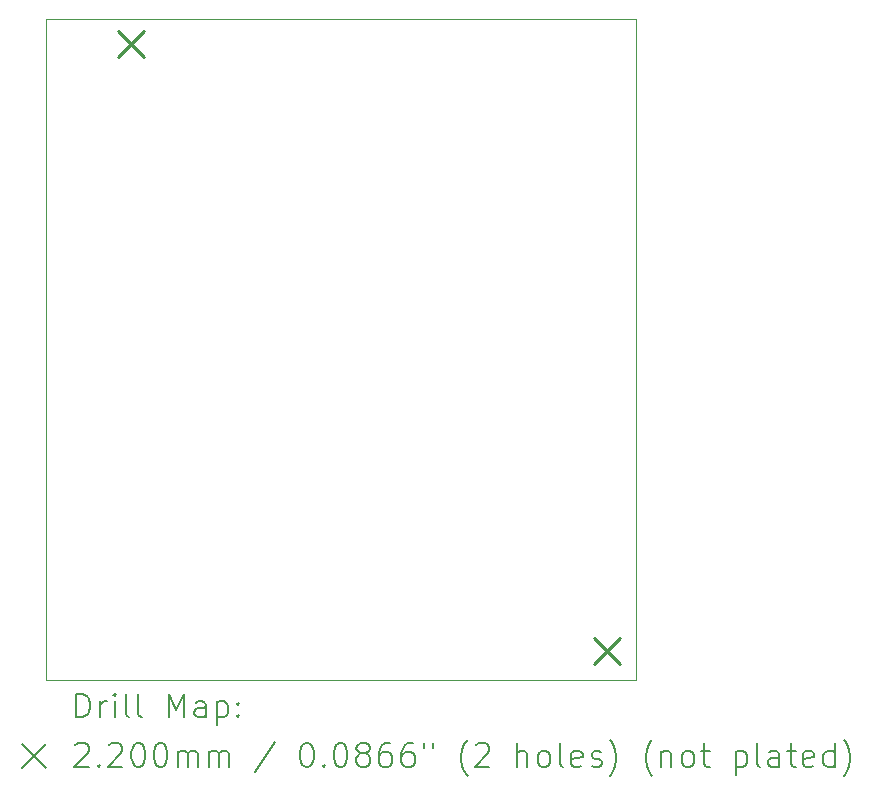
<source format=gbr>
%TF.GenerationSoftware,KiCad,Pcbnew,9.0.2*%
%TF.CreationDate,2025-07-08T19:24:18+03:00*%
%TF.ProjectId,PCB,5043422e-6b69-4636-9164-5f7063625858,rev?*%
%TF.SameCoordinates,Original*%
%TF.FileFunction,Drillmap*%
%TF.FilePolarity,Positive*%
%FSLAX45Y45*%
G04 Gerber Fmt 4.5, Leading zero omitted, Abs format (unit mm)*
G04 Created by KiCad (PCBNEW 9.0.2) date 2025-07-08 19:24:18*
%MOMM*%
%LPD*%
G01*
G04 APERTURE LIST*
%ADD10C,0.038100*%
%ADD11C,0.200000*%
%ADD12C,0.220000*%
G04 APERTURE END LIST*
D10*
X11400000Y-10600000D02*
X11400000Y-5000000D01*
X16400000Y-5000000D02*
X16400000Y-10600000D01*
X16400000Y-10600000D02*
X11400000Y-10600000D01*
X11400000Y-5000000D02*
X16400000Y-5000000D01*
D11*
D12*
X12010000Y-5105000D02*
X12230000Y-5325000D01*
X12230000Y-5105000D02*
X12010000Y-5325000D01*
X16040000Y-10240000D02*
X16260000Y-10460000D01*
X16260000Y-10240000D02*
X16040000Y-10460000D01*
D11*
X11658872Y-10913389D02*
X11658872Y-10713389D01*
X11658872Y-10713389D02*
X11706491Y-10713389D01*
X11706491Y-10713389D02*
X11735062Y-10722913D01*
X11735062Y-10722913D02*
X11754110Y-10741960D01*
X11754110Y-10741960D02*
X11763634Y-10761008D01*
X11763634Y-10761008D02*
X11773157Y-10799103D01*
X11773157Y-10799103D02*
X11773157Y-10827675D01*
X11773157Y-10827675D02*
X11763634Y-10865770D01*
X11763634Y-10865770D02*
X11754110Y-10884817D01*
X11754110Y-10884817D02*
X11735062Y-10903865D01*
X11735062Y-10903865D02*
X11706491Y-10913389D01*
X11706491Y-10913389D02*
X11658872Y-10913389D01*
X11858872Y-10913389D02*
X11858872Y-10780055D01*
X11858872Y-10818151D02*
X11868396Y-10799103D01*
X11868396Y-10799103D02*
X11877919Y-10789579D01*
X11877919Y-10789579D02*
X11896967Y-10780055D01*
X11896967Y-10780055D02*
X11916015Y-10780055D01*
X11982681Y-10913389D02*
X11982681Y-10780055D01*
X11982681Y-10713389D02*
X11973157Y-10722913D01*
X11973157Y-10722913D02*
X11982681Y-10732436D01*
X11982681Y-10732436D02*
X11992205Y-10722913D01*
X11992205Y-10722913D02*
X11982681Y-10713389D01*
X11982681Y-10713389D02*
X11982681Y-10732436D01*
X12106491Y-10913389D02*
X12087443Y-10903865D01*
X12087443Y-10903865D02*
X12077919Y-10884817D01*
X12077919Y-10884817D02*
X12077919Y-10713389D01*
X12211253Y-10913389D02*
X12192205Y-10903865D01*
X12192205Y-10903865D02*
X12182681Y-10884817D01*
X12182681Y-10884817D02*
X12182681Y-10713389D01*
X12439824Y-10913389D02*
X12439824Y-10713389D01*
X12439824Y-10713389D02*
X12506491Y-10856246D01*
X12506491Y-10856246D02*
X12573157Y-10713389D01*
X12573157Y-10713389D02*
X12573157Y-10913389D01*
X12754110Y-10913389D02*
X12754110Y-10808627D01*
X12754110Y-10808627D02*
X12744586Y-10789579D01*
X12744586Y-10789579D02*
X12725538Y-10780055D01*
X12725538Y-10780055D02*
X12687443Y-10780055D01*
X12687443Y-10780055D02*
X12668396Y-10789579D01*
X12754110Y-10903865D02*
X12735062Y-10913389D01*
X12735062Y-10913389D02*
X12687443Y-10913389D01*
X12687443Y-10913389D02*
X12668396Y-10903865D01*
X12668396Y-10903865D02*
X12658872Y-10884817D01*
X12658872Y-10884817D02*
X12658872Y-10865770D01*
X12658872Y-10865770D02*
X12668396Y-10846722D01*
X12668396Y-10846722D02*
X12687443Y-10837198D01*
X12687443Y-10837198D02*
X12735062Y-10837198D01*
X12735062Y-10837198D02*
X12754110Y-10827675D01*
X12849348Y-10780055D02*
X12849348Y-10980055D01*
X12849348Y-10789579D02*
X12868396Y-10780055D01*
X12868396Y-10780055D02*
X12906491Y-10780055D01*
X12906491Y-10780055D02*
X12925538Y-10789579D01*
X12925538Y-10789579D02*
X12935062Y-10799103D01*
X12935062Y-10799103D02*
X12944586Y-10818151D01*
X12944586Y-10818151D02*
X12944586Y-10875294D01*
X12944586Y-10875294D02*
X12935062Y-10894341D01*
X12935062Y-10894341D02*
X12925538Y-10903865D01*
X12925538Y-10903865D02*
X12906491Y-10913389D01*
X12906491Y-10913389D02*
X12868396Y-10913389D01*
X12868396Y-10913389D02*
X12849348Y-10903865D01*
X13030300Y-10894341D02*
X13039824Y-10903865D01*
X13039824Y-10903865D02*
X13030300Y-10913389D01*
X13030300Y-10913389D02*
X13020777Y-10903865D01*
X13020777Y-10903865D02*
X13030300Y-10894341D01*
X13030300Y-10894341D02*
X13030300Y-10913389D01*
X13030300Y-10789579D02*
X13039824Y-10799103D01*
X13039824Y-10799103D02*
X13030300Y-10808627D01*
X13030300Y-10808627D02*
X13020777Y-10799103D01*
X13020777Y-10799103D02*
X13030300Y-10789579D01*
X13030300Y-10789579D02*
X13030300Y-10808627D01*
X11198095Y-11141905D02*
X11398095Y-11341905D01*
X11398095Y-11141905D02*
X11198095Y-11341905D01*
X11649348Y-11152436D02*
X11658872Y-11142913D01*
X11658872Y-11142913D02*
X11677919Y-11133389D01*
X11677919Y-11133389D02*
X11725538Y-11133389D01*
X11725538Y-11133389D02*
X11744586Y-11142913D01*
X11744586Y-11142913D02*
X11754110Y-11152436D01*
X11754110Y-11152436D02*
X11763634Y-11171484D01*
X11763634Y-11171484D02*
X11763634Y-11190532D01*
X11763634Y-11190532D02*
X11754110Y-11219103D01*
X11754110Y-11219103D02*
X11639824Y-11333389D01*
X11639824Y-11333389D02*
X11763634Y-11333389D01*
X11849348Y-11314341D02*
X11858872Y-11323865D01*
X11858872Y-11323865D02*
X11849348Y-11333389D01*
X11849348Y-11333389D02*
X11839824Y-11323865D01*
X11839824Y-11323865D02*
X11849348Y-11314341D01*
X11849348Y-11314341D02*
X11849348Y-11333389D01*
X11935062Y-11152436D02*
X11944586Y-11142913D01*
X11944586Y-11142913D02*
X11963634Y-11133389D01*
X11963634Y-11133389D02*
X12011253Y-11133389D01*
X12011253Y-11133389D02*
X12030300Y-11142913D01*
X12030300Y-11142913D02*
X12039824Y-11152436D01*
X12039824Y-11152436D02*
X12049348Y-11171484D01*
X12049348Y-11171484D02*
X12049348Y-11190532D01*
X12049348Y-11190532D02*
X12039824Y-11219103D01*
X12039824Y-11219103D02*
X11925538Y-11333389D01*
X11925538Y-11333389D02*
X12049348Y-11333389D01*
X12173157Y-11133389D02*
X12192205Y-11133389D01*
X12192205Y-11133389D02*
X12211253Y-11142913D01*
X12211253Y-11142913D02*
X12220777Y-11152436D01*
X12220777Y-11152436D02*
X12230300Y-11171484D01*
X12230300Y-11171484D02*
X12239824Y-11209579D01*
X12239824Y-11209579D02*
X12239824Y-11257198D01*
X12239824Y-11257198D02*
X12230300Y-11295293D01*
X12230300Y-11295293D02*
X12220777Y-11314341D01*
X12220777Y-11314341D02*
X12211253Y-11323865D01*
X12211253Y-11323865D02*
X12192205Y-11333389D01*
X12192205Y-11333389D02*
X12173157Y-11333389D01*
X12173157Y-11333389D02*
X12154110Y-11323865D01*
X12154110Y-11323865D02*
X12144586Y-11314341D01*
X12144586Y-11314341D02*
X12135062Y-11295293D01*
X12135062Y-11295293D02*
X12125538Y-11257198D01*
X12125538Y-11257198D02*
X12125538Y-11209579D01*
X12125538Y-11209579D02*
X12135062Y-11171484D01*
X12135062Y-11171484D02*
X12144586Y-11152436D01*
X12144586Y-11152436D02*
X12154110Y-11142913D01*
X12154110Y-11142913D02*
X12173157Y-11133389D01*
X12363634Y-11133389D02*
X12382681Y-11133389D01*
X12382681Y-11133389D02*
X12401729Y-11142913D01*
X12401729Y-11142913D02*
X12411253Y-11152436D01*
X12411253Y-11152436D02*
X12420777Y-11171484D01*
X12420777Y-11171484D02*
X12430300Y-11209579D01*
X12430300Y-11209579D02*
X12430300Y-11257198D01*
X12430300Y-11257198D02*
X12420777Y-11295293D01*
X12420777Y-11295293D02*
X12411253Y-11314341D01*
X12411253Y-11314341D02*
X12401729Y-11323865D01*
X12401729Y-11323865D02*
X12382681Y-11333389D01*
X12382681Y-11333389D02*
X12363634Y-11333389D01*
X12363634Y-11333389D02*
X12344586Y-11323865D01*
X12344586Y-11323865D02*
X12335062Y-11314341D01*
X12335062Y-11314341D02*
X12325538Y-11295293D01*
X12325538Y-11295293D02*
X12316015Y-11257198D01*
X12316015Y-11257198D02*
X12316015Y-11209579D01*
X12316015Y-11209579D02*
X12325538Y-11171484D01*
X12325538Y-11171484D02*
X12335062Y-11152436D01*
X12335062Y-11152436D02*
X12344586Y-11142913D01*
X12344586Y-11142913D02*
X12363634Y-11133389D01*
X12516015Y-11333389D02*
X12516015Y-11200055D01*
X12516015Y-11219103D02*
X12525538Y-11209579D01*
X12525538Y-11209579D02*
X12544586Y-11200055D01*
X12544586Y-11200055D02*
X12573158Y-11200055D01*
X12573158Y-11200055D02*
X12592205Y-11209579D01*
X12592205Y-11209579D02*
X12601729Y-11228627D01*
X12601729Y-11228627D02*
X12601729Y-11333389D01*
X12601729Y-11228627D02*
X12611253Y-11209579D01*
X12611253Y-11209579D02*
X12630300Y-11200055D01*
X12630300Y-11200055D02*
X12658872Y-11200055D01*
X12658872Y-11200055D02*
X12677919Y-11209579D01*
X12677919Y-11209579D02*
X12687443Y-11228627D01*
X12687443Y-11228627D02*
X12687443Y-11333389D01*
X12782681Y-11333389D02*
X12782681Y-11200055D01*
X12782681Y-11219103D02*
X12792205Y-11209579D01*
X12792205Y-11209579D02*
X12811253Y-11200055D01*
X12811253Y-11200055D02*
X12839824Y-11200055D01*
X12839824Y-11200055D02*
X12858872Y-11209579D01*
X12858872Y-11209579D02*
X12868396Y-11228627D01*
X12868396Y-11228627D02*
X12868396Y-11333389D01*
X12868396Y-11228627D02*
X12877919Y-11209579D01*
X12877919Y-11209579D02*
X12896967Y-11200055D01*
X12896967Y-11200055D02*
X12925538Y-11200055D01*
X12925538Y-11200055D02*
X12944586Y-11209579D01*
X12944586Y-11209579D02*
X12954110Y-11228627D01*
X12954110Y-11228627D02*
X12954110Y-11333389D01*
X13344586Y-11123865D02*
X13173158Y-11381008D01*
X13601729Y-11133389D02*
X13620777Y-11133389D01*
X13620777Y-11133389D02*
X13639824Y-11142913D01*
X13639824Y-11142913D02*
X13649348Y-11152436D01*
X13649348Y-11152436D02*
X13658872Y-11171484D01*
X13658872Y-11171484D02*
X13668396Y-11209579D01*
X13668396Y-11209579D02*
X13668396Y-11257198D01*
X13668396Y-11257198D02*
X13658872Y-11295293D01*
X13658872Y-11295293D02*
X13649348Y-11314341D01*
X13649348Y-11314341D02*
X13639824Y-11323865D01*
X13639824Y-11323865D02*
X13620777Y-11333389D01*
X13620777Y-11333389D02*
X13601729Y-11333389D01*
X13601729Y-11333389D02*
X13582681Y-11323865D01*
X13582681Y-11323865D02*
X13573158Y-11314341D01*
X13573158Y-11314341D02*
X13563634Y-11295293D01*
X13563634Y-11295293D02*
X13554110Y-11257198D01*
X13554110Y-11257198D02*
X13554110Y-11209579D01*
X13554110Y-11209579D02*
X13563634Y-11171484D01*
X13563634Y-11171484D02*
X13573158Y-11152436D01*
X13573158Y-11152436D02*
X13582681Y-11142913D01*
X13582681Y-11142913D02*
X13601729Y-11133389D01*
X13754110Y-11314341D02*
X13763634Y-11323865D01*
X13763634Y-11323865D02*
X13754110Y-11333389D01*
X13754110Y-11333389D02*
X13744586Y-11323865D01*
X13744586Y-11323865D02*
X13754110Y-11314341D01*
X13754110Y-11314341D02*
X13754110Y-11333389D01*
X13887443Y-11133389D02*
X13906491Y-11133389D01*
X13906491Y-11133389D02*
X13925539Y-11142913D01*
X13925539Y-11142913D02*
X13935062Y-11152436D01*
X13935062Y-11152436D02*
X13944586Y-11171484D01*
X13944586Y-11171484D02*
X13954110Y-11209579D01*
X13954110Y-11209579D02*
X13954110Y-11257198D01*
X13954110Y-11257198D02*
X13944586Y-11295293D01*
X13944586Y-11295293D02*
X13935062Y-11314341D01*
X13935062Y-11314341D02*
X13925539Y-11323865D01*
X13925539Y-11323865D02*
X13906491Y-11333389D01*
X13906491Y-11333389D02*
X13887443Y-11333389D01*
X13887443Y-11333389D02*
X13868396Y-11323865D01*
X13868396Y-11323865D02*
X13858872Y-11314341D01*
X13858872Y-11314341D02*
X13849348Y-11295293D01*
X13849348Y-11295293D02*
X13839824Y-11257198D01*
X13839824Y-11257198D02*
X13839824Y-11209579D01*
X13839824Y-11209579D02*
X13849348Y-11171484D01*
X13849348Y-11171484D02*
X13858872Y-11152436D01*
X13858872Y-11152436D02*
X13868396Y-11142913D01*
X13868396Y-11142913D02*
X13887443Y-11133389D01*
X14068396Y-11219103D02*
X14049348Y-11209579D01*
X14049348Y-11209579D02*
X14039824Y-11200055D01*
X14039824Y-11200055D02*
X14030301Y-11181008D01*
X14030301Y-11181008D02*
X14030301Y-11171484D01*
X14030301Y-11171484D02*
X14039824Y-11152436D01*
X14039824Y-11152436D02*
X14049348Y-11142913D01*
X14049348Y-11142913D02*
X14068396Y-11133389D01*
X14068396Y-11133389D02*
X14106491Y-11133389D01*
X14106491Y-11133389D02*
X14125539Y-11142913D01*
X14125539Y-11142913D02*
X14135062Y-11152436D01*
X14135062Y-11152436D02*
X14144586Y-11171484D01*
X14144586Y-11171484D02*
X14144586Y-11181008D01*
X14144586Y-11181008D02*
X14135062Y-11200055D01*
X14135062Y-11200055D02*
X14125539Y-11209579D01*
X14125539Y-11209579D02*
X14106491Y-11219103D01*
X14106491Y-11219103D02*
X14068396Y-11219103D01*
X14068396Y-11219103D02*
X14049348Y-11228627D01*
X14049348Y-11228627D02*
X14039824Y-11238151D01*
X14039824Y-11238151D02*
X14030301Y-11257198D01*
X14030301Y-11257198D02*
X14030301Y-11295293D01*
X14030301Y-11295293D02*
X14039824Y-11314341D01*
X14039824Y-11314341D02*
X14049348Y-11323865D01*
X14049348Y-11323865D02*
X14068396Y-11333389D01*
X14068396Y-11333389D02*
X14106491Y-11333389D01*
X14106491Y-11333389D02*
X14125539Y-11323865D01*
X14125539Y-11323865D02*
X14135062Y-11314341D01*
X14135062Y-11314341D02*
X14144586Y-11295293D01*
X14144586Y-11295293D02*
X14144586Y-11257198D01*
X14144586Y-11257198D02*
X14135062Y-11238151D01*
X14135062Y-11238151D02*
X14125539Y-11228627D01*
X14125539Y-11228627D02*
X14106491Y-11219103D01*
X14316015Y-11133389D02*
X14277920Y-11133389D01*
X14277920Y-11133389D02*
X14258872Y-11142913D01*
X14258872Y-11142913D02*
X14249348Y-11152436D01*
X14249348Y-11152436D02*
X14230301Y-11181008D01*
X14230301Y-11181008D02*
X14220777Y-11219103D01*
X14220777Y-11219103D02*
X14220777Y-11295293D01*
X14220777Y-11295293D02*
X14230301Y-11314341D01*
X14230301Y-11314341D02*
X14239824Y-11323865D01*
X14239824Y-11323865D02*
X14258872Y-11333389D01*
X14258872Y-11333389D02*
X14296967Y-11333389D01*
X14296967Y-11333389D02*
X14316015Y-11323865D01*
X14316015Y-11323865D02*
X14325539Y-11314341D01*
X14325539Y-11314341D02*
X14335062Y-11295293D01*
X14335062Y-11295293D02*
X14335062Y-11247674D01*
X14335062Y-11247674D02*
X14325539Y-11228627D01*
X14325539Y-11228627D02*
X14316015Y-11219103D01*
X14316015Y-11219103D02*
X14296967Y-11209579D01*
X14296967Y-11209579D02*
X14258872Y-11209579D01*
X14258872Y-11209579D02*
X14239824Y-11219103D01*
X14239824Y-11219103D02*
X14230301Y-11228627D01*
X14230301Y-11228627D02*
X14220777Y-11247674D01*
X14506491Y-11133389D02*
X14468396Y-11133389D01*
X14468396Y-11133389D02*
X14449348Y-11142913D01*
X14449348Y-11142913D02*
X14439824Y-11152436D01*
X14439824Y-11152436D02*
X14420777Y-11181008D01*
X14420777Y-11181008D02*
X14411253Y-11219103D01*
X14411253Y-11219103D02*
X14411253Y-11295293D01*
X14411253Y-11295293D02*
X14420777Y-11314341D01*
X14420777Y-11314341D02*
X14430301Y-11323865D01*
X14430301Y-11323865D02*
X14449348Y-11333389D01*
X14449348Y-11333389D02*
X14487443Y-11333389D01*
X14487443Y-11333389D02*
X14506491Y-11323865D01*
X14506491Y-11323865D02*
X14516015Y-11314341D01*
X14516015Y-11314341D02*
X14525539Y-11295293D01*
X14525539Y-11295293D02*
X14525539Y-11247674D01*
X14525539Y-11247674D02*
X14516015Y-11228627D01*
X14516015Y-11228627D02*
X14506491Y-11219103D01*
X14506491Y-11219103D02*
X14487443Y-11209579D01*
X14487443Y-11209579D02*
X14449348Y-11209579D01*
X14449348Y-11209579D02*
X14430301Y-11219103D01*
X14430301Y-11219103D02*
X14420777Y-11228627D01*
X14420777Y-11228627D02*
X14411253Y-11247674D01*
X14601729Y-11133389D02*
X14601729Y-11171484D01*
X14677920Y-11133389D02*
X14677920Y-11171484D01*
X14973158Y-11409579D02*
X14963634Y-11400055D01*
X14963634Y-11400055D02*
X14944586Y-11371484D01*
X14944586Y-11371484D02*
X14935063Y-11352436D01*
X14935063Y-11352436D02*
X14925539Y-11323865D01*
X14925539Y-11323865D02*
X14916015Y-11276246D01*
X14916015Y-11276246D02*
X14916015Y-11238151D01*
X14916015Y-11238151D02*
X14925539Y-11190532D01*
X14925539Y-11190532D02*
X14935063Y-11161960D01*
X14935063Y-11161960D02*
X14944586Y-11142913D01*
X14944586Y-11142913D02*
X14963634Y-11114341D01*
X14963634Y-11114341D02*
X14973158Y-11104817D01*
X15039824Y-11152436D02*
X15049348Y-11142913D01*
X15049348Y-11142913D02*
X15068396Y-11133389D01*
X15068396Y-11133389D02*
X15116015Y-11133389D01*
X15116015Y-11133389D02*
X15135063Y-11142913D01*
X15135063Y-11142913D02*
X15144586Y-11152436D01*
X15144586Y-11152436D02*
X15154110Y-11171484D01*
X15154110Y-11171484D02*
X15154110Y-11190532D01*
X15154110Y-11190532D02*
X15144586Y-11219103D01*
X15144586Y-11219103D02*
X15030301Y-11333389D01*
X15030301Y-11333389D02*
X15154110Y-11333389D01*
X15392205Y-11333389D02*
X15392205Y-11133389D01*
X15477920Y-11333389D02*
X15477920Y-11228627D01*
X15477920Y-11228627D02*
X15468396Y-11209579D01*
X15468396Y-11209579D02*
X15449348Y-11200055D01*
X15449348Y-11200055D02*
X15420777Y-11200055D01*
X15420777Y-11200055D02*
X15401729Y-11209579D01*
X15401729Y-11209579D02*
X15392205Y-11219103D01*
X15601729Y-11333389D02*
X15582682Y-11323865D01*
X15582682Y-11323865D02*
X15573158Y-11314341D01*
X15573158Y-11314341D02*
X15563634Y-11295293D01*
X15563634Y-11295293D02*
X15563634Y-11238151D01*
X15563634Y-11238151D02*
X15573158Y-11219103D01*
X15573158Y-11219103D02*
X15582682Y-11209579D01*
X15582682Y-11209579D02*
X15601729Y-11200055D01*
X15601729Y-11200055D02*
X15630301Y-11200055D01*
X15630301Y-11200055D02*
X15649348Y-11209579D01*
X15649348Y-11209579D02*
X15658872Y-11219103D01*
X15658872Y-11219103D02*
X15668396Y-11238151D01*
X15668396Y-11238151D02*
X15668396Y-11295293D01*
X15668396Y-11295293D02*
X15658872Y-11314341D01*
X15658872Y-11314341D02*
X15649348Y-11323865D01*
X15649348Y-11323865D02*
X15630301Y-11333389D01*
X15630301Y-11333389D02*
X15601729Y-11333389D01*
X15782682Y-11333389D02*
X15763634Y-11323865D01*
X15763634Y-11323865D02*
X15754110Y-11304817D01*
X15754110Y-11304817D02*
X15754110Y-11133389D01*
X15935063Y-11323865D02*
X15916015Y-11333389D01*
X15916015Y-11333389D02*
X15877920Y-11333389D01*
X15877920Y-11333389D02*
X15858872Y-11323865D01*
X15858872Y-11323865D02*
X15849348Y-11304817D01*
X15849348Y-11304817D02*
X15849348Y-11228627D01*
X15849348Y-11228627D02*
X15858872Y-11209579D01*
X15858872Y-11209579D02*
X15877920Y-11200055D01*
X15877920Y-11200055D02*
X15916015Y-11200055D01*
X15916015Y-11200055D02*
X15935063Y-11209579D01*
X15935063Y-11209579D02*
X15944586Y-11228627D01*
X15944586Y-11228627D02*
X15944586Y-11247674D01*
X15944586Y-11247674D02*
X15849348Y-11266722D01*
X16020777Y-11323865D02*
X16039825Y-11333389D01*
X16039825Y-11333389D02*
X16077920Y-11333389D01*
X16077920Y-11333389D02*
X16096967Y-11323865D01*
X16096967Y-11323865D02*
X16106491Y-11304817D01*
X16106491Y-11304817D02*
X16106491Y-11295293D01*
X16106491Y-11295293D02*
X16096967Y-11276246D01*
X16096967Y-11276246D02*
X16077920Y-11266722D01*
X16077920Y-11266722D02*
X16049348Y-11266722D01*
X16049348Y-11266722D02*
X16030301Y-11257198D01*
X16030301Y-11257198D02*
X16020777Y-11238151D01*
X16020777Y-11238151D02*
X16020777Y-11228627D01*
X16020777Y-11228627D02*
X16030301Y-11209579D01*
X16030301Y-11209579D02*
X16049348Y-11200055D01*
X16049348Y-11200055D02*
X16077920Y-11200055D01*
X16077920Y-11200055D02*
X16096967Y-11209579D01*
X16173158Y-11409579D02*
X16182682Y-11400055D01*
X16182682Y-11400055D02*
X16201729Y-11371484D01*
X16201729Y-11371484D02*
X16211253Y-11352436D01*
X16211253Y-11352436D02*
X16220777Y-11323865D01*
X16220777Y-11323865D02*
X16230301Y-11276246D01*
X16230301Y-11276246D02*
X16230301Y-11238151D01*
X16230301Y-11238151D02*
X16220777Y-11190532D01*
X16220777Y-11190532D02*
X16211253Y-11161960D01*
X16211253Y-11161960D02*
X16201729Y-11142913D01*
X16201729Y-11142913D02*
X16182682Y-11114341D01*
X16182682Y-11114341D02*
X16173158Y-11104817D01*
X16535063Y-11409579D02*
X16525539Y-11400055D01*
X16525539Y-11400055D02*
X16506491Y-11371484D01*
X16506491Y-11371484D02*
X16496967Y-11352436D01*
X16496967Y-11352436D02*
X16487444Y-11323865D01*
X16487444Y-11323865D02*
X16477920Y-11276246D01*
X16477920Y-11276246D02*
X16477920Y-11238151D01*
X16477920Y-11238151D02*
X16487444Y-11190532D01*
X16487444Y-11190532D02*
X16496967Y-11161960D01*
X16496967Y-11161960D02*
X16506491Y-11142913D01*
X16506491Y-11142913D02*
X16525539Y-11114341D01*
X16525539Y-11114341D02*
X16535063Y-11104817D01*
X16611253Y-11200055D02*
X16611253Y-11333389D01*
X16611253Y-11219103D02*
X16620777Y-11209579D01*
X16620777Y-11209579D02*
X16639825Y-11200055D01*
X16639825Y-11200055D02*
X16668396Y-11200055D01*
X16668396Y-11200055D02*
X16687444Y-11209579D01*
X16687444Y-11209579D02*
X16696967Y-11228627D01*
X16696967Y-11228627D02*
X16696967Y-11333389D01*
X16820777Y-11333389D02*
X16801729Y-11323865D01*
X16801729Y-11323865D02*
X16792206Y-11314341D01*
X16792206Y-11314341D02*
X16782682Y-11295293D01*
X16782682Y-11295293D02*
X16782682Y-11238151D01*
X16782682Y-11238151D02*
X16792206Y-11219103D01*
X16792206Y-11219103D02*
X16801729Y-11209579D01*
X16801729Y-11209579D02*
X16820777Y-11200055D01*
X16820777Y-11200055D02*
X16849349Y-11200055D01*
X16849349Y-11200055D02*
X16868396Y-11209579D01*
X16868396Y-11209579D02*
X16877920Y-11219103D01*
X16877920Y-11219103D02*
X16887444Y-11238151D01*
X16887444Y-11238151D02*
X16887444Y-11295293D01*
X16887444Y-11295293D02*
X16877920Y-11314341D01*
X16877920Y-11314341D02*
X16868396Y-11323865D01*
X16868396Y-11323865D02*
X16849349Y-11333389D01*
X16849349Y-11333389D02*
X16820777Y-11333389D01*
X16944587Y-11200055D02*
X17020777Y-11200055D01*
X16973158Y-11133389D02*
X16973158Y-11304817D01*
X16973158Y-11304817D02*
X16982682Y-11323865D01*
X16982682Y-11323865D02*
X17001729Y-11333389D01*
X17001729Y-11333389D02*
X17020777Y-11333389D01*
X17239825Y-11200055D02*
X17239825Y-11400055D01*
X17239825Y-11209579D02*
X17258872Y-11200055D01*
X17258872Y-11200055D02*
X17296968Y-11200055D01*
X17296968Y-11200055D02*
X17316015Y-11209579D01*
X17316015Y-11209579D02*
X17325539Y-11219103D01*
X17325539Y-11219103D02*
X17335063Y-11238151D01*
X17335063Y-11238151D02*
X17335063Y-11295293D01*
X17335063Y-11295293D02*
X17325539Y-11314341D01*
X17325539Y-11314341D02*
X17316015Y-11323865D01*
X17316015Y-11323865D02*
X17296968Y-11333389D01*
X17296968Y-11333389D02*
X17258872Y-11333389D01*
X17258872Y-11333389D02*
X17239825Y-11323865D01*
X17449349Y-11333389D02*
X17430301Y-11323865D01*
X17430301Y-11323865D02*
X17420777Y-11304817D01*
X17420777Y-11304817D02*
X17420777Y-11133389D01*
X17611253Y-11333389D02*
X17611253Y-11228627D01*
X17611253Y-11228627D02*
X17601730Y-11209579D01*
X17601730Y-11209579D02*
X17582682Y-11200055D01*
X17582682Y-11200055D02*
X17544587Y-11200055D01*
X17544587Y-11200055D02*
X17525539Y-11209579D01*
X17611253Y-11323865D02*
X17592206Y-11333389D01*
X17592206Y-11333389D02*
X17544587Y-11333389D01*
X17544587Y-11333389D02*
X17525539Y-11323865D01*
X17525539Y-11323865D02*
X17516015Y-11304817D01*
X17516015Y-11304817D02*
X17516015Y-11285770D01*
X17516015Y-11285770D02*
X17525539Y-11266722D01*
X17525539Y-11266722D02*
X17544587Y-11257198D01*
X17544587Y-11257198D02*
X17592206Y-11257198D01*
X17592206Y-11257198D02*
X17611253Y-11247674D01*
X17677920Y-11200055D02*
X17754110Y-11200055D01*
X17706491Y-11133389D02*
X17706491Y-11304817D01*
X17706491Y-11304817D02*
X17716015Y-11323865D01*
X17716015Y-11323865D02*
X17735063Y-11333389D01*
X17735063Y-11333389D02*
X17754110Y-11333389D01*
X17896968Y-11323865D02*
X17877920Y-11333389D01*
X17877920Y-11333389D02*
X17839825Y-11333389D01*
X17839825Y-11333389D02*
X17820777Y-11323865D01*
X17820777Y-11323865D02*
X17811253Y-11304817D01*
X17811253Y-11304817D02*
X17811253Y-11228627D01*
X17811253Y-11228627D02*
X17820777Y-11209579D01*
X17820777Y-11209579D02*
X17839825Y-11200055D01*
X17839825Y-11200055D02*
X17877920Y-11200055D01*
X17877920Y-11200055D02*
X17896968Y-11209579D01*
X17896968Y-11209579D02*
X17906491Y-11228627D01*
X17906491Y-11228627D02*
X17906491Y-11247674D01*
X17906491Y-11247674D02*
X17811253Y-11266722D01*
X18077920Y-11333389D02*
X18077920Y-11133389D01*
X18077920Y-11323865D02*
X18058872Y-11333389D01*
X18058872Y-11333389D02*
X18020777Y-11333389D01*
X18020777Y-11333389D02*
X18001730Y-11323865D01*
X18001730Y-11323865D02*
X17992206Y-11314341D01*
X17992206Y-11314341D02*
X17982682Y-11295293D01*
X17982682Y-11295293D02*
X17982682Y-11238151D01*
X17982682Y-11238151D02*
X17992206Y-11219103D01*
X17992206Y-11219103D02*
X18001730Y-11209579D01*
X18001730Y-11209579D02*
X18020777Y-11200055D01*
X18020777Y-11200055D02*
X18058872Y-11200055D01*
X18058872Y-11200055D02*
X18077920Y-11209579D01*
X18154111Y-11409579D02*
X18163634Y-11400055D01*
X18163634Y-11400055D02*
X18182682Y-11371484D01*
X18182682Y-11371484D02*
X18192206Y-11352436D01*
X18192206Y-11352436D02*
X18201730Y-11323865D01*
X18201730Y-11323865D02*
X18211253Y-11276246D01*
X18211253Y-11276246D02*
X18211253Y-11238151D01*
X18211253Y-11238151D02*
X18201730Y-11190532D01*
X18201730Y-11190532D02*
X18192206Y-11161960D01*
X18192206Y-11161960D02*
X18182682Y-11142913D01*
X18182682Y-11142913D02*
X18163634Y-11114341D01*
X18163634Y-11114341D02*
X18154111Y-11104817D01*
M02*

</source>
